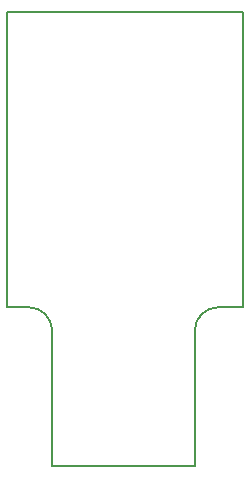
<source format=gm1>
G04*
G04 #@! TF.GenerationSoftware,Altium Limited,Altium Designer,19.1.5 (86)*
G04*
G04 Layer_Color=16711935*
%FSAX44Y44*%
%MOMM*%
G71*
G01*
G75*
%ADD12C,0.2000*%
D12*
X02882930Y02343000D02*
G03*
X02862930Y02363000I-00020000J00000000D01*
G01*
X03023580D02*
G03*
X03003580Y02343000I00000000J-00020000D01*
G01*
Y02228225D02*
Y02343000D01*
X02882930Y02228225D02*
Y02343000D01*
Y02228225D02*
X03003580D01*
X03023580Y02363000D02*
X03044800D01*
X02844800Y02613000D02*
X02844800Y02363000D01*
X03044800Y02613000D02*
X03044800Y02363000D01*
X02844800D02*
X02862930D01*
X02844800Y02613000D02*
X03044800D01*
M02*

</source>
